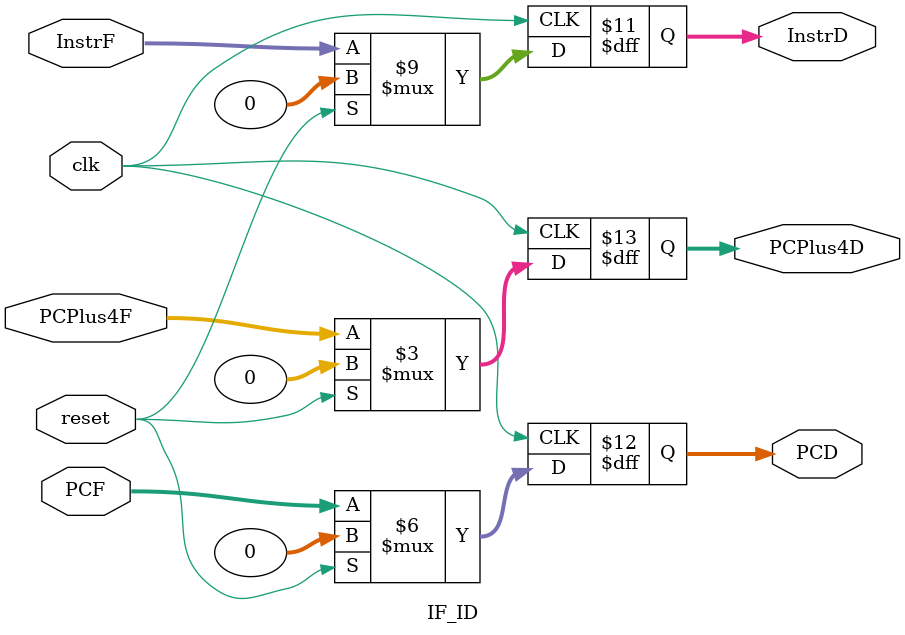
<source format=sv>
`timescale 1ns / 1ps

module IF_ID(
    input  logic        clk,       // Clock signal
    input  logic        reset,     // Synchronous reset
    input  logic [31:0] InstrF,    // Instruction fetched from instruction memory
    input  logic [31:0] PCF,       // Program Counter at IF stage
    input  logic [31:0] PCPlus4F,  // PC + 4 at IF stage
    output logic [31:0] InstrD,    // Instruction passed to Decode stage
    output logic [31:0] PCD,       // PC value passed to Decode stage
    output logic [31:0] PCPlus4D   // PC+4 value passed to Decode stage
);

    // Sequential logic for IF/ID pipeline register
    always_ff @(posedge clk) begin
        if (reset) begin
            InstrD    <= 32'b0;
            PCD       <= 32'b0;
            PCPlus4D  <= 32'b0;
        end
        else begin
            InstrD    <= InstrF;
            PCD       <= PCF;
            PCPlus4D  <= PCPlus4F; 
        end
    end

endmodule

</source>
